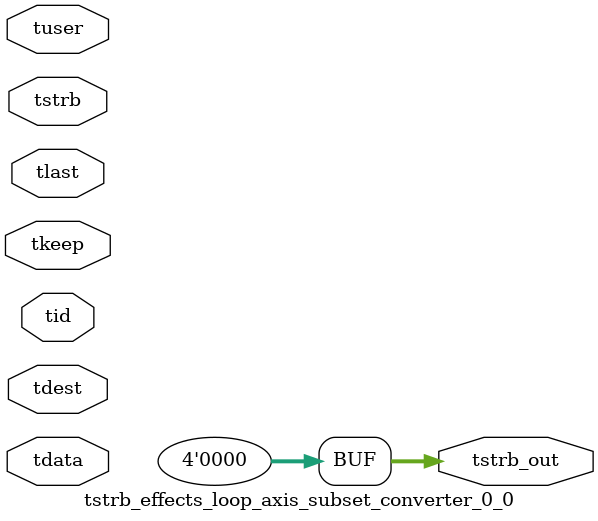
<source format=v>


`timescale 1ps/1ps

module tstrb_effects_loop_axis_subset_converter_0_0 #
(
parameter C_S_AXIS_TDATA_WIDTH = 32,
parameter C_S_AXIS_TUSER_WIDTH = 0,
parameter C_S_AXIS_TID_WIDTH   = 0,
parameter C_S_AXIS_TDEST_WIDTH = 0,
parameter C_M_AXIS_TDATA_WIDTH = 32
)
(
input  [(C_S_AXIS_TDATA_WIDTH == 0 ? 1 : C_S_AXIS_TDATA_WIDTH)-1:0     ] tdata,
input  [(C_S_AXIS_TUSER_WIDTH == 0 ? 1 : C_S_AXIS_TUSER_WIDTH)-1:0     ] tuser,
input  [(C_S_AXIS_TID_WIDTH   == 0 ? 1 : C_S_AXIS_TID_WIDTH)-1:0       ] tid,
input  [(C_S_AXIS_TDEST_WIDTH == 0 ? 1 : C_S_AXIS_TDEST_WIDTH)-1:0     ] tdest,
input  [(C_S_AXIS_TDATA_WIDTH/8)-1:0 ] tkeep,
input  [(C_S_AXIS_TDATA_WIDTH/8)-1:0 ] tstrb,
input                                                                    tlast,
output [(C_M_AXIS_TDATA_WIDTH/8)-1:0 ] tstrb_out
);

assign tstrb_out = {1'b0};

endmodule


</source>
